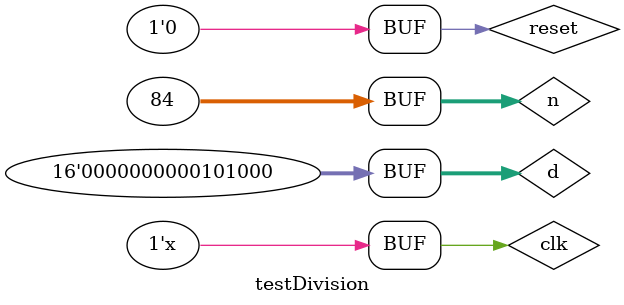
<source format=v>
`timescale 1ns / 1ps


module testDivision;

	// Inputs
	reg [0:31] n;
	reg [0:15] d;
	reg clk;
	reg reset;

	// Outputs
	wire [0:31] q;
	wire isFactor;
	wire isDone;

	// Instantiate the Unit Under Test (UUT)
	division uut (
		.n(n), 
		.d(d), 
		.clk(clk),
		.reset(reset),
		.q(q), 
		.isFactor(isFactor), 
		.isDone(isDone)
	);
	
	always #5 clk = ~clk;

	initial begin
		// Initialize Inputs\
		reset = 0;
		clk = 0;
		n = 100;
		d = 11;
		#150;
		
		n = 100;
		d = 10;		
		reset = 1;
		#10;
		reset = 0;
		
		#150;
		n = 27;
		d = 3;
		reset = 1;
		#10;
		reset = 0;
		
		#150;
		n = 84;
		d = 40;
		reset = 1;
		#10;
		reset = 0;
		#150;
       
		 
		// Add stimulus here

	end
      
endmodule


</source>
